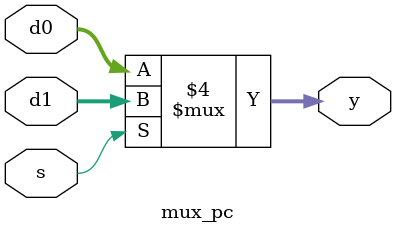
<source format=v>

module mux_pc( d0, d1, s, y );
input [15:0] d0, d1;
input s;
output [15:0] y;
reg [15:0] y;

always@(d0 or d1 or s)
begin
    if ( s == 1 )
        y = d1;
    else
        y = d0;
end
endmodule


</source>
